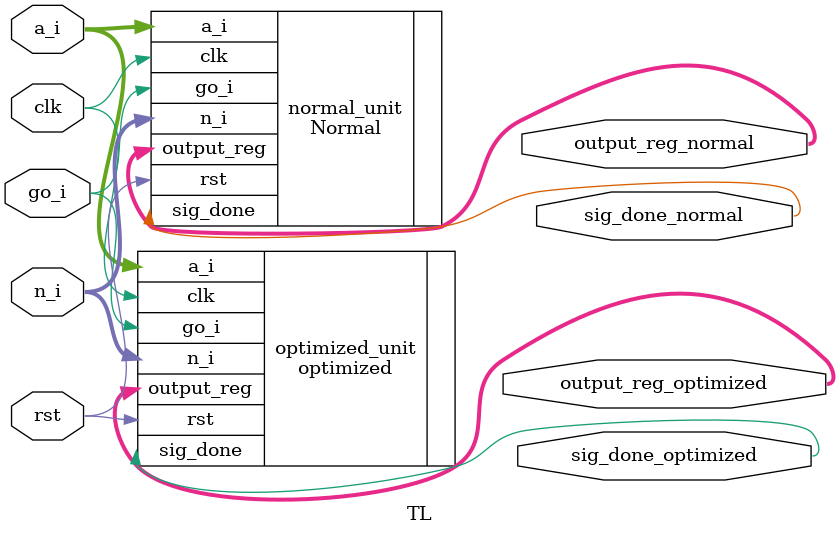
<source format=v>
module TL (
    input clk, rst, go_i,
    input [7:0] n_i, a_i,
    output [15:0] output_reg_normal,
    output [15:0] output_reg_optimized,
    output sig_done_normal,
    output sig_done_optimized
);

    // Instantiate the Normal module
    Normal normal_unit (
        .clk(clk),
        .rst(rst),
        .go_i(go_i),
        .n_i(n_i),
        .a_i(a_i),
        .output_reg(output_reg_normal),
        .sig_done(sig_done_normal)
    );

    // Instantiate the Optimized module
    optimized optimized_unit (
        .clk(clk),
        .rst(rst),
        .go_i(go_i),
        .n_i(n_i),
        .a_i(a_i),
        .output_reg(output_reg_optimized),
        .sig_done(sig_done_optimized)
    );

endmodule

</source>
